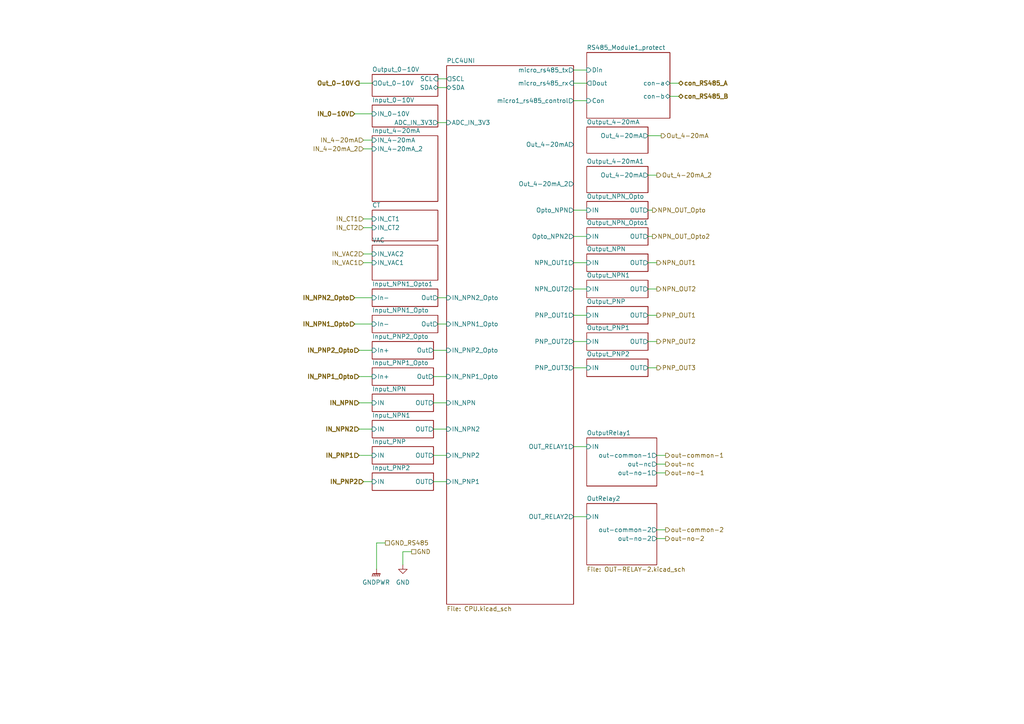
<source format=kicad_sch>
(kicad_sch
	(version 20250114)
	(generator "eeschema")
	(generator_version "9.0")
	(uuid "857bc285-1330-4d93-9c59-5528d35244ef")
	(paper "A4")
	(lib_symbols
		(symbol "GP8211S-TC50:GNDPWR"
			(power)
			(pin_numbers
				(hide yes)
			)
			(pin_names
				(offset 0)
				(hide yes)
			)
			(exclude_from_sim no)
			(in_bom yes)
			(on_board yes)
			(property "Reference" "#PWR"
				(at 0 -5.08 0)
				(effects
					(font
						(size 1.27 1.27)
					)
					(hide yes)
				)
			)
			(property "Value" "GNDPWR"
				(at 0 -3.302 0)
				(effects
					(font
						(size 1.27 1.27)
					)
				)
			)
			(property "Footprint" ""
				(at 0 -1.27 0)
				(effects
					(font
						(size 1.27 1.27)
					)
					(hide yes)
				)
			)
			(property "Datasheet" ""
				(at 0 -1.27 0)
				(effects
					(font
						(size 1.27 1.27)
					)
					(hide yes)
				)
			)
			(property "Description" "Power symbol creates a global label with name \"GNDPWR\" , global ground"
				(at 0 0 0)
				(effects
					(font
						(size 1.27 1.27)
					)
					(hide yes)
				)
			)
			(property "ki_keywords" "global ground"
				(at 0 0 0)
				(effects
					(font
						(size 1.27 1.27)
					)
					(hide yes)
				)
			)
			(symbol "GNDPWR_0_1"
				(polyline
					(pts
						(xy -1.016 -1.27) (xy -1.27 -2.032) (xy -1.27 -2.032)
					)
					(stroke
						(width 0.2032)
						(type default)
					)
					(fill
						(type none)
					)
				)
				(polyline
					(pts
						(xy -0.508 -1.27) (xy -0.762 -2.032) (xy -0.762 -2.032)
					)
					(stroke
						(width 0.2032)
						(type default)
					)
					(fill
						(type none)
					)
				)
				(polyline
					(pts
						(xy 0 -1.27) (xy 0 0)
					)
					(stroke
						(width 0)
						(type default)
					)
					(fill
						(type none)
					)
				)
				(polyline
					(pts
						(xy 0 -1.27) (xy -0.254 -2.032) (xy -0.254 -2.032)
					)
					(stroke
						(width 0.2032)
						(type default)
					)
					(fill
						(type none)
					)
				)
				(polyline
					(pts
						(xy 0.508 -1.27) (xy 0.254 -2.032) (xy 0.254 -2.032)
					)
					(stroke
						(width 0.2032)
						(type default)
					)
					(fill
						(type none)
					)
				)
				(polyline
					(pts
						(xy 1.016 -1.27) (xy -1.016 -1.27) (xy -1.016 -1.27)
					)
					(stroke
						(width 0.2032)
						(type default)
					)
					(fill
						(type none)
					)
				)
				(polyline
					(pts
						(xy 1.016 -1.27) (xy 0.762 -2.032) (xy 0.762 -2.032) (xy 0.762 -2.032)
					)
					(stroke
						(width 0.2032)
						(type default)
					)
					(fill
						(type none)
					)
				)
			)
			(symbol "GNDPWR_1_1"
				(pin power_in line
					(at 0 0 270)
					(length 0)
					(name "~"
						(effects
							(font
								(size 1.27 1.27)
							)
						)
					)
					(number "1"
						(effects
							(font
								(size 1.27 1.27)
							)
						)
					)
				)
			)
			(embedded_fonts no)
		)
		(symbol "power:GND"
			(power)
			(pin_numbers
				(hide yes)
			)
			(pin_names
				(offset 0)
				(hide yes)
			)
			(exclude_from_sim no)
			(in_bom yes)
			(on_board yes)
			(property "Reference" "#PWR"
				(at 0 -6.35 0)
				(effects
					(font
						(size 1.27 1.27)
					)
					(hide yes)
				)
			)
			(property "Value" "GND"
				(at 0 -3.81 0)
				(effects
					(font
						(size 1.27 1.27)
					)
				)
			)
			(property "Footprint" ""
				(at 0 0 0)
				(effects
					(font
						(size 1.27 1.27)
					)
					(hide yes)
				)
			)
			(property "Datasheet" ""
				(at 0 0 0)
				(effects
					(font
						(size 1.27 1.27)
					)
					(hide yes)
				)
			)
			(property "Description" "Power symbol creates a global label with name \"GND\" , ground"
				(at 0 0 0)
				(effects
					(font
						(size 1.27 1.27)
					)
					(hide yes)
				)
			)
			(property "ki_keywords" "global power"
				(at 0 0 0)
				(effects
					(font
						(size 1.27 1.27)
					)
					(hide yes)
				)
			)
			(symbol "GND_0_1"
				(polyline
					(pts
						(xy 0 0) (xy 0 -1.27) (xy 1.27 -1.27) (xy 0 -2.54) (xy -1.27 -1.27) (xy 0 -1.27)
					)
					(stroke
						(width 0)
						(type default)
					)
					(fill
						(type none)
					)
				)
			)
			(symbol "GND_1_1"
				(pin power_in line
					(at 0 0 270)
					(length 0)
					(name "~"
						(effects
							(font
								(size 1.27 1.27)
							)
						)
					)
					(number "1"
						(effects
							(font
								(size 1.27 1.27)
							)
						)
					)
				)
			)
			(embedded_fonts no)
		)
	)
	(wire
		(pts
			(xy 190.5 156.21) (xy 193.04 156.21)
		)
		(stroke
			(width 0)
			(type default)
		)
		(uuid "101add3a-8902-4275-b615-5603bb9bde00")
	)
	(wire
		(pts
			(xy 105.41 43.18) (xy 107.95 43.18)
		)
		(stroke
			(width 0)
			(type default)
		)
		(uuid "1718876f-bab3-4293-857f-ce19d676e756")
	)
	(wire
		(pts
			(xy 190.5 153.67) (xy 193.04 153.67)
		)
		(stroke
			(width 0)
			(type default)
		)
		(uuid "19dc0fd6-ea77-4d9f-9437-d851785f2c06")
	)
	(wire
		(pts
			(xy 187.96 99.06) (xy 190.5 99.06)
		)
		(stroke
			(width 0)
			(type default)
		)
		(uuid "1b1de2f6-152a-45eb-8794-9667755771b8")
	)
	(wire
		(pts
			(xy 166.37 91.44) (xy 170.18 91.44)
		)
		(stroke
			(width 0)
			(type default)
		)
		(uuid "259c8cbe-ea27-4d39-b2bd-1e75b7288d53")
	)
	(wire
		(pts
			(xy 166.37 106.68) (xy 170.18 106.68)
		)
		(stroke
			(width 0)
			(type default)
		)
		(uuid "2650cd3a-715f-4fcd-bb4f-30f81d4da0cf")
	)
	(wire
		(pts
			(xy 104.14 24.13) (xy 107.95 24.13)
		)
		(stroke
			(width 0)
			(type default)
		)
		(uuid "2c9e90ca-a388-4574-bf14-98a845b037fc")
	)
	(wire
		(pts
			(xy 105.41 66.04) (xy 107.95 66.04)
		)
		(stroke
			(width 0)
			(type default)
		)
		(uuid "3681eda0-526b-4f62-b8e2-471980e8d826")
	)
	(wire
		(pts
			(xy 187.96 106.68) (xy 190.5 106.68)
		)
		(stroke
			(width 0)
			(type default)
		)
		(uuid "481e0947-68fe-4e53-b658-580f1c968d28")
	)
	(wire
		(pts
			(xy 127 86.36) (xy 129.54 86.36)
		)
		(stroke
			(width 0)
			(type default)
		)
		(uuid "4fd6d190-a604-418f-a91c-ed07bac18fce")
	)
	(wire
		(pts
			(xy 102.87 33.02) (xy 107.95 33.02)
		)
		(stroke
			(width 0)
			(type default)
		)
		(uuid "54bdf8ca-3485-4c90-85f3-86157115c363")
	)
	(wire
		(pts
			(xy 104.14 101.6) (xy 107.95 101.6)
		)
		(stroke
			(width 0)
			(type default)
		)
		(uuid "54ee913b-af58-49e8-9ba1-3c030fac8906")
	)
	(wire
		(pts
			(xy 190.5 137.16) (xy 193.04 137.16)
		)
		(stroke
			(width 0)
			(type default)
		)
		(uuid "54f8053e-0e9f-4506-9841-786ca9809712")
	)
	(wire
		(pts
			(xy 105.41 73.66) (xy 107.95 73.66)
		)
		(stroke
			(width 0)
			(type default)
		)
		(uuid "55f91bb1-6cd0-4dc6-9c94-0e59df73f9e6")
	)
	(wire
		(pts
			(xy 102.87 86.36) (xy 107.95 86.36)
		)
		(stroke
			(width 0)
			(type default)
		)
		(uuid "56bd9362-32fa-4e59-8987-3f6a082be08f")
	)
	(wire
		(pts
			(xy 104.14 109.22) (xy 107.95 109.22)
		)
		(stroke
			(width 0)
			(type default)
		)
		(uuid "573d07ae-58a7-4077-9ac4-fe864cf79172")
	)
	(wire
		(pts
			(xy 166.37 99.06) (xy 170.18 99.06)
		)
		(stroke
			(width 0)
			(type default)
		)
		(uuid "57f446d2-c6eb-47a0-a926-5c3a3344a577")
	)
	(wire
		(pts
			(xy 127 25.4) (xy 129.54 25.4)
		)
		(stroke
			(width 0)
			(type default)
		)
		(uuid "6822ae0f-a94c-4462-af4d-7cba3a0ccc8e")
	)
	(wire
		(pts
			(xy 125.73 101.6) (xy 129.54 101.6)
		)
		(stroke
			(width 0)
			(type default)
		)
		(uuid "69af9fa7-d6c6-4eb9-8d14-5b6ee86491d0")
	)
	(wire
		(pts
			(xy 190.5 134.62) (xy 193.04 134.62)
		)
		(stroke
			(width 0)
			(type default)
		)
		(uuid "6a0dd772-3bf1-46e1-8bb6-ac32d008bf6e")
	)
	(wire
		(pts
			(xy 104.14 124.46) (xy 107.95 124.46)
		)
		(stroke
			(width 0)
			(type default)
		)
		(uuid "6b69af8d-59f1-4b29-ad43-ef8b001df183")
	)
	(wire
		(pts
			(xy 105.41 40.64) (xy 107.95 40.64)
		)
		(stroke
			(width 0)
			(type default)
		)
		(uuid "792bb6c1-70d8-4525-80a0-b105456decd7")
	)
	(wire
		(pts
			(xy 187.96 39.37) (xy 191.77 39.37)
		)
		(stroke
			(width 0)
			(type default)
		)
		(uuid "79cd5b4c-d976-44f0-8b33-226d83e86a22")
	)
	(wire
		(pts
			(xy 194.31 27.94) (xy 196.85 27.94)
		)
		(stroke
			(width 0)
			(type default)
		)
		(uuid "880a28c7-d501-4b45-b984-ff6ba1b0476e")
	)
	(wire
		(pts
			(xy 166.37 129.54) (xy 170.18 129.54)
		)
		(stroke
			(width 0)
			(type default)
		)
		(uuid "88e29056-1c30-438d-b9d1-ecfa1c3ba379")
	)
	(wire
		(pts
			(xy 166.37 76.2) (xy 170.18 76.2)
		)
		(stroke
			(width 0)
			(type default)
		)
		(uuid "899d846e-e36f-4d38-a8f3-959a50b0b870")
	)
	(wire
		(pts
			(xy 105.41 63.5) (xy 107.95 63.5)
		)
		(stroke
			(width 0)
			(type default)
		)
		(uuid "8beb9222-b1e2-4886-bcb8-5325be4105e0")
	)
	(wire
		(pts
			(xy 105.41 76.2) (xy 107.95 76.2)
		)
		(stroke
			(width 0)
			(type default)
		)
		(uuid "96dee4ee-fae0-4d5e-a0c2-3ed26cb1fe4d")
	)
	(wire
		(pts
			(xy 187.96 50.8) (xy 190.5 50.8)
		)
		(stroke
			(width 0)
			(type default)
		)
		(uuid "9b552fbb-d557-41a1-b4ce-5633154594c3")
	)
	(wire
		(pts
			(xy 109.22 165.1) (xy 109.22 157.48)
		)
		(stroke
			(width 0)
			(type default)
		)
		(uuid "9c70e21d-4c17-4543-b5a0-a474017a111c")
	)
	(wire
		(pts
			(xy 166.37 60.96) (xy 170.18 60.96)
		)
		(stroke
			(width 0)
			(type default)
		)
		(uuid "9d34e2f3-7f86-4dc3-a8db-50bfd5392efd")
	)
	(wire
		(pts
			(xy 104.14 116.84) (xy 107.95 116.84)
		)
		(stroke
			(width 0)
			(type default)
		)
		(uuid "a6450294-6e12-40de-90f9-cfef0c9159f7")
	)
	(wire
		(pts
			(xy 125.73 116.84) (xy 129.54 116.84)
		)
		(stroke
			(width 0)
			(type default)
		)
		(uuid "a6a73de8-46c6-40b9-9011-f66f73bc9d0e")
	)
	(wire
		(pts
			(xy 125.73 124.46) (xy 129.54 124.46)
		)
		(stroke
			(width 0)
			(type default)
		)
		(uuid "a6f7bdcd-c0cf-4d27-a384-1b42bde908ab")
	)
	(wire
		(pts
			(xy 187.96 83.82) (xy 190.5 83.82)
		)
		(stroke
			(width 0)
			(type default)
		)
		(uuid "ac3885d3-1a61-41e5-92de-23669ffeb9dd")
	)
	(wire
		(pts
			(xy 125.73 139.7) (xy 129.54 139.7)
		)
		(stroke
			(width 0)
			(type default)
		)
		(uuid "ad5605a6-dc47-4341-95b1-4ebb2dd195c1")
	)
	(wire
		(pts
			(xy 127 22.86) (xy 129.54 22.86)
		)
		(stroke
			(width 0)
			(type default)
		)
		(uuid "ae68451b-5ede-4f35-9ecc-f67c74a0c969")
	)
	(wire
		(pts
			(xy 187.96 60.96) (xy 189.23 60.96)
		)
		(stroke
			(width 0)
			(type default)
		)
		(uuid "b633a759-1037-4229-94ce-55b88b810bac")
	)
	(wire
		(pts
			(xy 127 93.98) (xy 129.54 93.98)
		)
		(stroke
			(width 0)
			(type default)
		)
		(uuid "bd483a8d-5f25-4911-9b02-283805f15855")
	)
	(wire
		(pts
			(xy 125.73 109.22) (xy 129.54 109.22)
		)
		(stroke
			(width 0)
			(type default)
		)
		(uuid "ca34f4db-e68b-41f4-af22-5e3be5ebb2a4")
	)
	(wire
		(pts
			(xy 187.96 91.44) (xy 190.5 91.44)
		)
		(stroke
			(width 0)
			(type default)
		)
		(uuid "cce8a1ff-ca9d-4570-a865-30da1e4f68ba")
	)
	(wire
		(pts
			(xy 194.31 24.13) (xy 196.85 24.13)
		)
		(stroke
			(width 0)
			(type default)
		)
		(uuid "cf135322-f150-4850-a2a4-4832ec8f7598")
	)
	(wire
		(pts
			(xy 187.96 68.58) (xy 189.23 68.58)
		)
		(stroke
			(width 0)
			(type default)
		)
		(uuid "d832620d-9269-4497-8a60-f1975ff68c53")
	)
	(wire
		(pts
			(xy 166.37 149.86) (xy 170.18 149.86)
		)
		(stroke
			(width 0)
			(type default)
		)
		(uuid "d837e146-7b28-40c4-af88-a43a8c0d3b62")
	)
	(wire
		(pts
			(xy 166.37 20.32) (xy 170.18 20.32)
		)
		(stroke
			(width 0)
			(type default)
		)
		(uuid "d8ed790f-1724-4a22-b6c7-e8b32d025238")
	)
	(wire
		(pts
			(xy 104.14 132.08) (xy 107.95 132.08)
		)
		(stroke
			(width 0)
			(type default)
		)
		(uuid "dcce58fa-6372-474d-9f1e-46cdd689f1f6")
	)
	(wire
		(pts
			(xy 166.37 68.58) (xy 170.18 68.58)
		)
		(stroke
			(width 0)
			(type default)
		)
		(uuid "de3d326f-dc17-4c2c-9989-1313e9b7aed0")
	)
	(wire
		(pts
			(xy 105.41 139.7) (xy 107.95 139.7)
		)
		(stroke
			(width 0)
			(type default)
		)
		(uuid "e163b437-3bd7-4aef-ac6c-bd4a68982a2c")
	)
	(wire
		(pts
			(xy 190.5 132.08) (xy 193.04 132.08)
		)
		(stroke
			(width 0)
			(type default)
		)
		(uuid "e538468a-b6f2-46b3-863b-299966924088")
	)
	(wire
		(pts
			(xy 127 35.56) (xy 129.54 35.56)
		)
		(stroke
			(width 0)
			(type default)
		)
		(uuid "ea161f95-56bc-4ee2-8f93-4eabbf7820c4")
	)
	(wire
		(pts
			(xy 166.37 24.13) (xy 170.18 24.13)
		)
		(stroke
			(width 0)
			(type default)
		)
		(uuid "eaf28616-43f8-45c9-b360-7f0d9406d4b1")
	)
	(wire
		(pts
			(xy 109.22 157.48) (xy 111.76 157.48)
		)
		(stroke
			(width 0)
			(type default)
		)
		(uuid "edfe4e60-995d-4c5f-95a2-cd6b674680ad")
	)
	(wire
		(pts
			(xy 125.73 132.08) (xy 129.54 132.08)
		)
		(stroke
			(width 0)
			(type default)
		)
		(uuid "f519a3ef-b5e2-4f47-a083-e767716c078c")
	)
	(wire
		(pts
			(xy 102.87 93.98) (xy 107.95 93.98)
		)
		(stroke
			(width 0)
			(type default)
		)
		(uuid "f6d9d3cf-3095-4b2f-bb23-d3068136cc1b")
	)
	(wire
		(pts
			(xy 116.84 160.02) (xy 119.38 160.02)
		)
		(stroke
			(width 0)
			(type default)
		)
		(uuid "f7b538fe-b40b-4709-bd69-2b0eccd9c494")
	)
	(wire
		(pts
			(xy 166.37 29.21) (xy 170.18 29.21)
		)
		(stroke
			(width 0)
			(type default)
		)
		(uuid "f83996f4-57ed-4abe-9385-0e2a4f14d3a3")
	)
	(wire
		(pts
			(xy 166.37 83.82) (xy 170.18 83.82)
		)
		(stroke
			(width 0)
			(type default)
		)
		(uuid "f95eef22-6af2-4cb5-bcbe-21a42a27d4dc")
	)
	(wire
		(pts
			(xy 116.84 163.83) (xy 116.84 160.02)
		)
		(stroke
			(width 0)
			(type default)
		)
		(uuid "faa0857a-6fbf-42a0-b5dc-7336d3d4e81f")
	)
	(wire
		(pts
			(xy 187.96 76.2) (xy 190.5 76.2)
		)
		(stroke
			(width 0)
			(type default)
		)
		(uuid "fe03d5a8-0bb2-4b3d-a7f2-f5bd23a41057")
	)
	(hierarchical_label "NPN_OUT_Opto2"
		(shape output)
		(at 189.23 68.58 0)
		(effects
			(font
				(size 1.27 1.27)
			)
			(justify left)
		)
		(uuid "0523f5ee-424b-4023-a940-20fd79d9be13")
	)
	(hierarchical_label "IN_PNP1_Opto"
		(shape input)
		(at 104.14 109.22 180)
		(effects
			(font
				(size 1.27 1.27)
				(thickness 0.254)
				(bold yes)
			)
			(justify right)
		)
		(uuid "08519e32-467c-4409-8b6b-29cacfbff1eb")
	)
	(hierarchical_label "PNP_OUT2"
		(shape output)
		(at 190.5 99.06 0)
		(effects
			(font
				(size 1.27 1.27)
			)
			(justify left)
		)
		(uuid "08c03172-17ac-4330-afb2-e3206b9572b6")
	)
	(hierarchical_label "GND"
		(shape passive)
		(at 119.38 160.02 0)
		(effects
			(font
				(size 1.27 1.27)
			)
			(justify left)
		)
		(uuid "0afbf2e7-d5f8-47ab-b3d7-29e622cdb131")
	)
	(hierarchical_label "PNP_OUT3"
		(shape output)
		(at 190.5 106.68 0)
		(effects
			(font
				(size 1.27 1.27)
			)
			(justify left)
		)
		(uuid "0c4878b1-eef6-413e-87b1-8c7c13aab742")
	)
	(hierarchical_label "NPN_OUT2"
		(shape output)
		(at 190.5 83.82 0)
		(effects
			(font
				(size 1.27 1.27)
			)
			(justify left)
		)
		(uuid "1d56ecc7-628b-4052-b959-e9c675822f9d")
	)
	(hierarchical_label "Out_0-10V"
		(shape output)
		(at 104.14 24.13 180)
		(effects
			(font
				(size 1.27 1.27)
				(thickness 0.254)
				(bold yes)
			)
			(justify right)
		)
		(uuid "1e15c6ad-fb80-47c5-90a7-d2bce11c8aee")
	)
	(hierarchical_label "IN_0-10V"
		(shape input)
		(at 102.87 33.02 180)
		(effects
			(font
				(size 1.27 1.27)
				(thickness 0.254)
				(bold yes)
			)
			(justify right)
		)
		(uuid "26b44b8e-208b-4e16-93c2-e7761aff0fd7")
	)
	(hierarchical_label "IN_NPN2_Opto"
		(shape input)
		(at 102.87 86.36 180)
		(effects
			(font
				(size 1.27 1.27)
				(thickness 0.254)
				(bold yes)
			)
			(justify right)
		)
		(uuid "27692dc3-6fc3-4e6d-b347-09bef983fb79")
	)
	(hierarchical_label "con_RS485_A"
		(shape bidirectional)
		(at 196.85 24.13 0)
		(effects
			(font
				(size 1.27 1.27)
				(thickness 0.254)
				(bold yes)
			)
			(justify left)
		)
		(uuid "32683473-a6f4-4ad8-88ca-5fc2f3567f7b")
	)
	(hierarchical_label "IN_NPN"
		(shape input)
		(at 104.14 116.84 180)
		(effects
			(font
				(size 1.27 1.27)
				(thickness 0.254)
				(bold yes)
			)
			(justify right)
		)
		(uuid "4193057a-c94d-43b3-a24c-55fe7b6b6811")
	)
	(hierarchical_label "out-common-1"
		(shape output)
		(at 193.04 132.08 0)
		(effects
			(font
				(size 1.27 1.27)
			)
			(justify left)
		)
		(uuid "438bd91d-e986-4616-8cc9-e3e241914e79")
	)
	(hierarchical_label "IN_VAC2"
		(shape input)
		(at 105.41 73.66 180)
		(effects
			(font
				(size 1.27 1.27)
			)
			(justify right)
		)
		(uuid "45fca567-213f-40ba-b971-b7522d2e2a1e")
	)
	(hierarchical_label "IN_PNP2"
		(shape input)
		(at 105.41 139.7 180)
		(effects
			(font
				(size 1.27 1.27)
				(thickness 0.254)
				(bold yes)
			)
			(justify right)
		)
		(uuid "55092457-1a28-461d-b3e4-aa92e6600ad0")
	)
	(hierarchical_label "PNP_OUT1"
		(shape output)
		(at 190.5 91.44 0)
		(effects
			(font
				(size 1.27 1.27)
			)
			(justify left)
		)
		(uuid "70e31797-6bcd-46c0-a106-fa2b402cffbb")
	)
	(hierarchical_label "IN_PNP2_Opto"
		(shape input)
		(at 104.14 101.6 180)
		(effects
			(font
				(size 1.27 1.27)
				(thickness 0.254)
				(bold yes)
			)
			(justify right)
		)
		(uuid "74c8b65a-89a9-413d-afc1-f3de8658cb2a")
	)
	(hierarchical_label "IN_NPN2"
		(shape input)
		(at 104.14 124.46 180)
		(effects
			(font
				(size 1.27 1.27)
				(thickness 0.254)
				(bold yes)
			)
			(justify right)
		)
		(uuid "765b0900-3808-4e47-bf4f-40ebd179b405")
	)
	(hierarchical_label "NPN_OUT1"
		(shape output)
		(at 190.5 76.2 0)
		(effects
			(font
				(size 1.27 1.27)
			)
			(justify left)
		)
		(uuid "80192ca0-8881-4bc4-894f-3d73a36e6508")
	)
	(hierarchical_label "con_RS485_B"
		(shape bidirectional)
		(at 196.85 27.94 0)
		(effects
			(font
				(size 1.27 1.27)
				(thickness 0.254)
				(bold yes)
			)
			(justify left)
		)
		(uuid "81399e9e-bc9c-493b-8ff5-283b5cfbb72a")
	)
	(hierarchical_label "out-nc"
		(shape output)
		(at 193.04 134.62 0)
		(effects
			(font
				(size 1.27 1.27)
			)
			(justify left)
		)
		(uuid "85e90d6f-c500-4005-aa04-97883f25ee8a")
	)
	(hierarchical_label "out-no-2"
		(shape output)
		(at 193.04 156.21 0)
		(effects
			(font
				(size 1.27 1.27)
			)
			(justify left)
		)
		(uuid "ae8d6a1a-d0d9-4846-b2ed-6d3ae7c6fea0")
	)
	(hierarchical_label "NPN_OUT_Opto"
		(shape output)
		(at 189.23 60.96 0)
		(effects
			(font
				(size 1.27 1.27)
			)
			(justify left)
		)
		(uuid "b2259625-64aa-453e-ba4d-0c6cd3b50b96")
	)
	(hierarchical_label "Out_4-20mA_2"
		(shape output)
		(at 190.5 50.8 0)
		(effects
			(font
				(size 1.27 1.27)
			)
			(justify left)
		)
		(uuid "b745ba70-16cb-441d-9448-8f28f6faba2e")
	)
	(hierarchical_label "IN_CT1"
		(shape input)
		(at 105.41 63.5 180)
		(effects
			(font
				(size 1.27 1.27)
			)
			(justify right)
		)
		(uuid "bd64ce05-0034-409d-a728-a9f5eacd4e55")
	)
	(hierarchical_label "out-common-2"
		(shape output)
		(at 193.04 153.67 0)
		(effects
			(font
				(size 1.27 1.27)
			)
			(justify left)
		)
		(uuid "bf7e19ff-7866-4479-908f-79154d87769f")
	)
	(hierarchical_label "Out_4-20mA"
		(shape output)
		(at 191.77 39.37 0)
		(effects
			(font
				(size 1.27 1.27)
			)
			(justify left)
		)
		(uuid "c4a9f67e-2cb3-45d1-973e-ea80ceab303b")
	)
	(hierarchical_label "IN_VAC1"
		(shape input)
		(at 105.41 76.2 180)
		(effects
			(font
				(size 1.27 1.27)
			)
			(justify right)
		)
		(uuid "c8f8ced2-3008-40e1-a1a9-ea8b9f6373b9")
	)
	(hierarchical_label "IN_4-20mA_2"
		(shape input)
		(at 105.41 43.18 180)
		(effects
			(font
				(size 1.27 1.27)
			)
			(justify right)
		)
		(uuid "cb324a8a-c1a1-4217-8924-8933c3f74c75")
	)
	(hierarchical_label "GND_RS485"
		(shape passive)
		(at 111.76 157.48 0)
		(effects
			(font
				(size 1.27 1.27)
			)
			(justify left)
		)
		(uuid "db803d6b-e86d-4b39-8f03-c28f69cae57e")
	)
	(hierarchical_label "IN_NPN1_Opto"
		(shape input)
		(at 102.87 93.98 180)
		(effects
			(font
				(size 1.27 1.27)
				(thickness 0.254)
				(bold yes)
			)
			(justify right)
		)
		(uuid "dca9f819-811f-4270-beea-334ff8f62d11")
	)
	(hierarchical_label "IN_CT2"
		(shape input)
		(at 105.41 66.04 180)
		(effects
			(font
				(size 1.27 1.27)
			)
			(justify right)
		)
		(uuid "de81fbf7-04c9-414c-a268-16a17370bd82")
	)
	(hierarchical_label "IN_PNP1"
		(shape input)
		(at 104.14 132.08 180)
		(effects
			(font
				(size 1.27 1.27)
				(thickness 0.254)
				(bold yes)
			)
			(justify right)
		)
		(uuid "e0c24fe8-d2ee-4fd9-9201-af15893d1613")
	)
	(hierarchical_label "IN_4-20mA"
		(shape input)
		(at 105.41 40.64 180)
		(effects
			(font
				(size 1.27 1.27)
			)
			(justify right)
		)
		(uuid "e151a6ef-5609-4543-a083-be7a9a31a4f7")
	)
	(hierarchical_label "out-no-1"
		(shape output)
		(at 193.04 137.16 0)
		(effects
			(font
				(size 1.27 1.27)
			)
			(justify left)
		)
		(uuid "ed7ba296-0d86-48bd-b365-91995d56cd3f")
	)
	(symbol
		(lib_id "GP8211S-TC50:GNDPWR")
		(at 109.22 165.1 0)
		(unit 1)
		(exclude_from_sim no)
		(in_bom yes)
		(on_board yes)
		(dnp no)
		(fields_autoplaced yes)
		(uuid "c70711d1-7aff-43f8-9e3f-4302e408980e")
		(property "Reference" "#PWR01"
			(at 109.22 170.18 0)
			(effects
				(font
					(size 1.27 1.27)
				)
				(hide yes)
			)
		)
		(property "Value" "GNDPWR"
			(at 109.093 168.91 0)
			(effects
				(font
					(size 1.27 1.27)
				)
			)
		)
		(property "Footprint" ""
			(at 109.22 166.37 0)
			(effects
				(font
					(size 1.27 1.27)
				)
				(hide yes)
			)
		)
		(property "Datasheet" ""
			(at 109.22 166.37 0)
			(effects
				(font
					(size 1.27 1.27)
				)
				(hide yes)
			)
		)
		(property "Description" "Power symbol creates a global label with name \"GNDPWR\" , global ground"
			(at 109.22 165.1 0)
			(effects
				(font
					(size 1.27 1.27)
				)
				(hide yes)
			)
		)
		(pin "1"
			(uuid "481df8b1-277a-4aeb-ae87-7153103717e0")
		)
		(instances
			(project "PLC4UNIPCB"
				(path "/20dd9fa8-33e5-4e01-8b4a-8cb5828152c9/ef44eee8-cd41-4527-92e2-6c408c0d0d91"
					(reference "#PWR01")
					(unit 1)
				)
			)
		)
	)
	(symbol
		(lib_id "power:GND")
		(at 116.84 163.83 0)
		(unit 1)
		(exclude_from_sim no)
		(in_bom yes)
		(on_board yes)
		(dnp no)
		(fields_autoplaced yes)
		(uuid "edeba7c4-db15-4ec6-aa2e-6648647cdc4c")
		(property "Reference" "#PWR036"
			(at 116.84 170.18 0)
			(effects
				(font
					(size 1.27 1.27)
				)
				(hide yes)
			)
		)
		(property "Value" "GND"
			(at 116.84 168.91 0)
			(effects
				(font
					(size 1.27 1.27)
				)
			)
		)
		(property "Footprint" ""
			(at 116.84 163.83 0)
			(effects
				(font
					(size 1.27 1.27)
				)
				(hide yes)
			)
		)
		(property "Datasheet" ""
			(at 116.84 163.83 0)
			(effects
				(font
					(size 1.27 1.27)
				)
				(hide yes)
			)
		)
		(property "Description" "Power symbol creates a global label with name \"GND\" , ground"
			(at 116.84 163.83 0)
			(effects
				(font
					(size 1.27 1.27)
				)
				(hide yes)
			)
		)
		(pin "1"
			(uuid "f3ae801d-2d18-44f8-99be-7d8a187db300")
		)
		(instances
			(project ""
				(path "/20dd9fa8-33e5-4e01-8b4a-8cb5828152c9/ef44eee8-cd41-4527-92e2-6c408c0d0d91"
					(reference "#PWR036")
					(unit 1)
				)
			)
		)
	)
	(sheet
		(at 170.18 58.42)
		(size 17.78 5.08)
		(exclude_from_sim no)
		(in_bom yes)
		(on_board yes)
		(dnp no)
		(fields_autoplaced yes)
		(stroke
			(width 0.1524)
			(type solid)
		)
		(fill
			(color 0 0 0 0.0000)
		)
		(uuid "0fc95d3e-4d33-47f3-9185-73d40a4e2fdb")
		(property "Sheetname" "Output_NPN_Opto"
			(at 170.18 57.7084 0)
			(effects
				(font
					(size 1.27 1.27)
				)
				(justify left bottom)
			)
		)
		(property "Sheetfile" "output-npn-opto.kicad_sch"
			(at 170.18 64.0846 0)
			(effects
				(font
					(size 1.27 1.27)
				)
				(justify left top)
				(hide yes)
			)
		)
		(pin "IN" input
			(at 170.18 60.96 180)
			(uuid "44ae26d3-f832-4c5f-b154-d008c51ff25c")
			(effects
				(font
					(size 1.27 1.27)
				)
				(justify left)
			)
		)
		(pin "OUT" output
			(at 187.96 60.96 0)
			(uuid "97d36da9-4050-4e4a-aaa6-bb08774da0fb")
			(effects
				(font
					(size 1.27 1.27)
				)
				(justify right)
			)
		)
		(instances
			(project "PLC4UNIPCB"
				(path "/20dd9fa8-33e5-4e01-8b4a-8cb5828152c9/ef44eee8-cd41-4527-92e2-6c408c0d0d91"
					(page "9")
				)
			)
		)
	)
	(sheet
		(at 170.18 48.26)
		(size 17.78 7.62)
		(exclude_from_sim no)
		(in_bom yes)
		(on_board yes)
		(dnp no)
		(fields_autoplaced yes)
		(stroke
			(width 0.1524)
			(type solid)
		)
		(fill
			(color 0 0 0 0.0000)
		)
		(uuid "1502bf18-a581-4d1e-b057-dc61d013381d")
		(property "Sheetname" "Output_4-20mA1"
			(at 170.18 47.5484 0)
			(effects
				(font
					(size 1.27 1.27)
				)
				(justify left bottom)
			)
		)
		(property "Sheetfile" "Output_4-20mA.kicad_sch"
			(at 170.18 56.4646 0)
			(effects
				(font
					(size 1.27 1.27)
				)
				(justify left top)
				(hide yes)
			)
		)
		(pin "Out_4-20mA" output
			(at 187.96 50.8 0)
			(uuid "cf910c9d-e2ba-49f6-9f91-eca57790dff6")
			(effects
				(font
					(size 1.27 1.27)
				)
				(justify right)
			)
		)
		(instances
			(project "PLC4UNIPCB"
				(path "/20dd9fa8-33e5-4e01-8b4a-8cb5828152c9/ef44eee8-cd41-4527-92e2-6c408c0d0d91"
					(page "28")
				)
			)
		)
	)
	(sheet
		(at 107.95 60.96)
		(size 19.05 8.89)
		(exclude_from_sim no)
		(in_bom yes)
		(on_board yes)
		(dnp no)
		(fields_autoplaced yes)
		(stroke
			(width 0.1524)
			(type solid)
		)
		(fill
			(color 0 0 0 0.0000)
		)
		(uuid "179fa2a1-8ebb-4d08-91f9-c19535201df9")
		(property "Sheetname" "CT"
			(at 107.95 60.2484 0)
			(effects
				(font
					(size 1.27 1.27)
				)
				(justify left bottom)
			)
		)
		(property "Sheetfile" "CT.kicad_sch"
			(at 107.95 70.4346 0)
			(effects
				(font
					(size 1.27 1.27)
				)
				(justify left top)
				(hide yes)
			)
		)
		(pin "IN_CT1" input
			(at 107.95 63.5 180)
			(uuid "0a55f1a1-6d0a-49d9-9d87-bc776523ea8b")
			(effects
				(font
					(size 1.27 1.27)
				)
				(justify left)
			)
		)
		(pin "IN_CT2" input
			(at 107.95 66.04 180)
			(uuid "c3c0bf29-c5e6-45a2-9180-1b0e8f798b91")
			(effects
				(font
					(size 1.27 1.27)
				)
				(justify left)
			)
		)
		(instances
			(project "PLC4UNIPCB"
				(path "/20dd9fa8-33e5-4e01-8b4a-8cb5828152c9/ef44eee8-cd41-4527-92e2-6c408c0d0d91"
					(page "14")
				)
			)
		)
	)
	(sheet
		(at 170.18 127)
		(size 20.32 13.97)
		(exclude_from_sim no)
		(in_bom yes)
		(on_board yes)
		(dnp no)
		(fields_autoplaced yes)
		(stroke
			(width 0.1524)
			(type solid)
		)
		(fill
			(color 0 0 0 0.0000)
		)
		(uuid "1cb91f74-1ae1-4aba-8186-eb0d02dff832")
		(property "Sheetname" "OutputRelay1"
			(at 170.18 126.2884 0)
			(effects
				(font
					(size 1.27 1.27)
				)
				(justify left bottom)
			)
		)
		(property "Sheetfile" "OUT-RELAY-1.kicad_sch"
			(at 170.18 141.5546 0)
			(effects
				(font
					(size 1.27 1.27)
				)
				(justify left top)
				(hide yes)
			)
		)
		(pin "IN" input
			(at 170.18 129.54 180)
			(uuid "a196446b-65a2-4481-affd-809a125412a0")
			(effects
				(font
					(size 1.27 1.27)
				)
				(justify left)
			)
		)
		(pin "out-common-1" output
			(at 190.5 132.08 0)
			(uuid "10360ea6-6b11-48ca-9037-7ac5110135ed")
			(effects
				(font
					(size 1.27 1.27)
				)
				(justify right)
			)
		)
		(pin "out-nc" output
			(at 190.5 134.62 0)
			(uuid "b3db2d96-cdc7-4590-a1b0-1c0f25c868e2")
			(effects
				(font
					(size 1.27 1.27)
				)
				(justify right)
			)
		)
		(pin "out-no-1" output
			(at 190.5 137.16 0)
			(uuid "a7a6a4d8-af8f-4272-bcaf-e88797675877")
			(effects
				(font
					(size 1.27 1.27)
				)
				(justify right)
			)
		)
		(instances
			(project "PLC4UNIPCB"
				(path "/20dd9fa8-33e5-4e01-8b4a-8cb5828152c9/ef44eee8-cd41-4527-92e2-6c408c0d0d91"
					(page "22")
				)
			)
		)
	)
	(sheet
		(at 107.95 114.3)
		(size 17.78 5.08)
		(exclude_from_sim no)
		(in_bom yes)
		(on_board yes)
		(dnp no)
		(fields_autoplaced yes)
		(stroke
			(width 0.1524)
			(type solid)
		)
		(fill
			(color 0 0 0 0.0000)
		)
		(uuid "27c9874e-724a-49e5-be4f-e6cf4f8914b4")
		(property "Sheetname" "Input_NPN"
			(at 107.95 113.5884 0)
			(effects
				(font
					(size 1.27 1.27)
				)
				(justify left bottom)
			)
		)
		(property "Sheetfile" "input-npn.kicad_sch"
			(at 107.95 119.9646 0)
			(effects
				(font
					(size 1.27 1.27)
				)
				(justify left top)
				(hide yes)
			)
		)
		(pin "IN" input
			(at 107.95 116.84 180)
			(uuid "6a2d430f-59a8-4367-a88c-5f8a0a8054e8")
			(effects
				(font
					(size 1.27 1.27)
				)
				(justify left)
			)
		)
		(pin "OUT" output
			(at 125.73 116.84 0)
			(uuid "b94aaf36-7048-4a83-8471-292b02dc67b9")
			(effects
				(font
					(size 1.27 1.27)
				)
				(justify right)
			)
		)
		(instances
			(project "PLC4UNIPCB"
				(path "/20dd9fa8-33e5-4e01-8b4a-8cb5828152c9/ef44eee8-cd41-4527-92e2-6c408c0d0d91"
					(page "20")
				)
			)
		)
	)
	(sheet
		(at 107.95 137.16)
		(size 17.78 5.08)
		(exclude_from_sim no)
		(in_bom yes)
		(on_board yes)
		(dnp no)
		(fields_autoplaced yes)
		(stroke
			(width 0.1524)
			(type solid)
		)
		(fill
			(color 0 0 0 0.0000)
		)
		(uuid "38f0ca6d-488a-4d63-8ce5-819a3170e6c7")
		(property "Sheetname" "Input_PNP2"
			(at 107.95 136.4484 0)
			(effects
				(font
					(size 1.27 1.27)
				)
				(justify left bottom)
			)
		)
		(property "Sheetfile" "input-pnp.kicad_sch"
			(at 107.95 142.8246 0)
			(effects
				(font
					(size 1.27 1.27)
				)
				(justify left top)
				(hide yes)
			)
		)
		(pin "IN" input
			(at 107.95 139.7 180)
			(uuid "8ee57f1c-906a-4845-9cd9-ab225751379d")
			(effects
				(font
					(size 1.27 1.27)
				)
				(justify left)
			)
		)
		(pin "OUT" output
			(at 125.73 139.7 0)
			(uuid "8c7d9e39-d7aa-4ad2-b227-7ef4ac13826c")
			(effects
				(font
					(size 1.27 1.27)
				)
				(justify right)
			)
		)
		(instances
			(project "PLC4UNIPCB"
				(path "/20dd9fa8-33e5-4e01-8b4a-8cb5828152c9/ef44eee8-cd41-4527-92e2-6c408c0d0d91"
					(page "19")
				)
			)
		)
	)
	(sheet
		(at 129.54 19.05)
		(size 36.83 156.21)
		(exclude_from_sim no)
		(in_bom yes)
		(on_board yes)
		(dnp no)
		(fields_autoplaced yes)
		(stroke
			(width 0.1524)
			(type solid)
		)
		(fill
			(color 0 0 0 0.0000)
		)
		(uuid "4e043843-9092-4e16-9c41-7d1516f6f132")
		(property "Sheetname" "PLC4UNI"
			(at 129.54 18.3384 0)
			(effects
				(font
					(size 1.27 1.27)
				)
				(justify left bottom)
			)
		)
		(property "Sheetfile" "CPU.kicad_sch"
			(at 129.54 175.8446 0)
			(effects
				(font
					(size 1.27 1.27)
				)
				(justify left top)
			)
		)
		(pin "micro_rs485_rx" input
			(at 166.37 24.13 0)
			(uuid "99c89b2d-8f11-4d89-96ca-092dff646b38")
			(effects
				(font
					(size 1.27 1.27)
				)
				(justify right)
			)
		)
		(pin "micro_rs485_tx" output
			(at 166.37 20.32 0)
			(uuid "0180f817-5eec-40bb-8357-34c6915ed1d8")
			(effects
				(font
					(size 1.27 1.27)
				)
				(justify right)
			)
		)
		(pin "micro1_rs485_control" output
			(at 166.37 29.21 0)
			(uuid "0f4bad2c-d1d8-4123-bc1f-d8e8424e0b6b")
			(effects
				(font
					(size 1.27 1.27)
				)
				(justify right)
			)
		)
		(pin "SDA" bidirectional
			(at 129.54 25.4 180)
			(uuid "16b94d21-23d3-4236-a066-fecf950a4d6b")
			(effects
				(font
					(size 1.27 1.27)
				)
				(justify left)
			)
		)
		(pin "SCL" output
			(at 129.54 22.86 180)
			(uuid "f4a063c3-e236-41d6-8c71-86471d8b29e4")
			(effects
				(font
					(size 1.27 1.27)
				)
				(justify left)
			)
		)
		(pin "ADC_IN_3V3" input
			(at 129.54 35.56 180)
			(uuid "d30ea499-b4be-498f-b473-326a8c4d46cd")
			(effects
				(font
					(size 1.27 1.27)
				)
				(justify left)
			)
		)
		(pin "Opto_NPN" output
			(at 166.37 60.96 0)
			(uuid "18c4d400-5bc9-43a4-85bc-dfb2207695f3")
			(effects
				(font
					(size 1.27 1.27)
				)
				(justify right)
			)
		)
		(pin "Opto_NPN2" output
			(at 166.37 68.58 0)
			(uuid "b464da81-03ca-4320-9189-3acc637133a1")
			(effects
				(font
					(size 1.27 1.27)
				)
				(justify right)
			)
		)
		(pin "OUT_RELAY1" output
			(at 166.37 129.54 0)
			(uuid "bed7dc70-da3a-4a05-b61b-23ccb172031a")
			(effects
				(font
					(size 1.27 1.27)
				)
				(justify right)
			)
		)
		(pin "OUT_RELAY2" output
			(at 166.37 149.86 0)
			(uuid "3ef2fefe-295a-4965-8073-be64f1819859")
			(effects
				(font
					(size 1.27 1.27)
				)
				(justify right)
			)
		)
		(pin "IN_NPN1_Opto" input
			(at 129.54 93.98 180)
			(uuid "72e9d6e8-0d3b-4476-b1d9-697223fd82ad")
			(effects
				(font
					(size 1.27 1.27)
				)
				(justify left)
			)
		)
		(pin "IN_NPN2_Opto" input
			(at 129.54 86.36 180)
			(uuid "4eb8eff6-d855-4af8-8918-ada317316249")
			(effects
				(font
					(size 1.27 1.27)
				)
				(justify left)
			)
		)
		(pin "IN_PNP1_Opto" input
			(at 129.54 109.22 180)
			(uuid "bdd1e0f4-71f3-46f1-acdb-1425e80f1c86")
			(effects
				(font
					(size 1.27 1.27)
				)
				(justify left)
			)
		)
		(pin "IN_PNP2_Opto" input
			(at 129.54 101.6 180)
			(uuid "b1669681-2aff-4c63-a19f-2a2a42b8a489")
			(effects
				(font
					(size 1.27 1.27)
				)
				(justify left)
			)
		)
		(pin "IN_NPN" input
			(at 129.54 116.84 180)
			(uuid "b83354ed-ce05-48ad-8540-bb15c1ea2f10")
			(effects
				(font
					(size 1.27 1.27)
				)
				(justify left)
			)
		)
		(pin "IN_NPN2" input
			(at 129.54 124.46 180)
			(uuid "77170b7e-f6b0-4315-843a-b3f216f57458")
			(effects
				(font
					(size 1.27 1.27)
				)
				(justify left)
			)
		)
		(pin "IN_PNP1" input
			(at 129.54 139.7 180)
			(uuid "4d26d339-ca00-42c3-ba41-92dda413fd5b")
			(effects
				(font
					(size 1.27 1.27)
				)
				(justify left)
			)
		)
		(pin "IN_PNP2" input
			(at 129.54 132.08 180)
			(uuid "6af6cc00-859f-4e2c-8c41-096402bcd801")
			(effects
				(font
					(size 1.27 1.27)
				)
				(justify left)
			)
		)
		(pin "NPN_OUT1" output
			(at 166.37 76.2 0)
			(uuid "8cff01e0-822b-4be6-b46c-c4531c34b200")
			(effects
				(font
					(size 1.27 1.27)
				)
				(justify right)
			)
		)
		(pin "NPN_OUT2" output
			(at 166.37 83.82 0)
			(uuid "310da481-e3b2-437e-a2ad-c85883e27fde")
			(effects
				(font
					(size 1.27 1.27)
				)
				(justify right)
			)
		)
		(pin "PNP_OUT1" output
			(at 166.37 91.44 0)
			(uuid "7453fba3-8c01-404e-a28e-e4361bf6cb6b")
			(effects
				(font
					(size 1.27 1.27)
				)
				(justify right)
			)
		)
		(pin "PNP_OUT2" output
			(at 166.37 99.06 0)
			(uuid "349c98f9-cac6-4fbd-af75-660d1f5f82fb")
			(effects
				(font
					(size 1.27 1.27)
				)
				(justify right)
			)
		)
		(pin "PNP_OUT3" output
			(at 166.37 106.68 0)
			(uuid "9a594027-0c50-47bc-b09e-a3d0dc47e1fe")
			(effects
				(font
					(size 1.27 1.27)
				)
				(justify right)
			)
		)
		(pin "Out_4-20mA" output
			(at 166.37 41.91 0)
			(uuid "73d79d71-db79-4c91-b16e-c15be2852547")
			(effects
				(font
					(size 1.27 1.27)
				)
				(justify right)
			)
		)
		(pin "Out_4-20mA_2" output
			(at 166.37 53.34 0)
			(uuid "0001f02b-3f6a-46d5-aaa9-cb00d2d263e2")
			(effects
				(font
					(size 1.27 1.27)
				)
				(justify right)
			)
		)
		(instances
			(project "PLC4UNIPCB"
				(path "/20dd9fa8-33e5-4e01-8b4a-8cb5828152c9/ef44eee8-cd41-4527-92e2-6c408c0d0d91"
					(page "4")
				)
			)
		)
	)
	(sheet
		(at 107.95 21.59)
		(size 19.05 6.35)
		(exclude_from_sim no)
		(in_bom yes)
		(on_board yes)
		(dnp no)
		(fields_autoplaced yes)
		(stroke
			(width 0.1524)
			(type solid)
		)
		(fill
			(color 0 0 0 0.0000)
		)
		(uuid "56eed3b9-401a-4a33-b005-aafbee361f70")
		(property "Sheetname" "Output_0-10V"
			(at 107.95 20.8784 0)
			(effects
				(font
					(size 1.27 1.27)
				)
				(justify left bottom)
			)
		)
		(property "Sheetfile" "Output_0-10V.kicad_sch"
			(at 107.95 28.5246 0)
			(effects
				(font
					(size 1.27 1.27)
				)
				(justify left top)
				(hide yes)
			)
		)
		(pin "Out_0-10V" output
			(at 107.95 24.13 180)
			(uuid "46b60e5a-b950-47dc-aaa7-e1f748b22224")
			(effects
				(font
					(size 1.27 1.27)
				)
				(justify left)
			)
		)
		(pin "SCL" input
			(at 127 22.86 0)
			(uuid "f82881da-a823-4ccc-8871-b014573ea293")
			(effects
				(font
					(size 1.27 1.27)
				)
				(justify right)
			)
		)
		(pin "SDA" bidirectional
			(at 127 25.4 0)
			(uuid "d4e3d719-1a38-4e3a-a7ec-a34a99084301")
			(effects
				(font
					(size 1.27 1.27)
				)
				(justify right)
			)
		)
		(instances
			(project "PLC4UNIPCB"
				(path "/20dd9fa8-33e5-4e01-8b4a-8cb5828152c9/ef44eee8-cd41-4527-92e2-6c408c0d0d91"
					(page "11")
				)
			)
		)
	)
	(sheet
		(at 107.95 91.44)
		(size 19.05 5.08)
		(exclude_from_sim no)
		(in_bom yes)
		(on_board yes)
		(dnp no)
		(fields_autoplaced yes)
		(stroke
			(width 0.1524)
			(type solid)
		)
		(fill
			(color 0 0 0 0.0000)
		)
		(uuid "59861780-d6fb-414a-827f-edc9de870fb9")
		(property "Sheetname" "Input_NPN1_Opto"
			(at 107.95 90.7284 0)
			(effects
				(font
					(size 1.27 1.27)
				)
				(justify left bottom)
			)
		)
		(property "Sheetfile" "input-npn-opto.kicad_sch"
			(at 107.95 97.1046 0)
			(effects
				(font
					(size 1.27 1.27)
				)
				(justify left top)
				(hide yes)
			)
		)
		(pin "In-" input
			(at 107.95 93.98 180)
			(uuid "5c516255-12d6-4fdf-82f4-2e3a232afaf4")
			(effects
				(font
					(size 1.27 1.27)
				)
				(justify left)
			)
		)
		(pin "Out" output
			(at 127 93.98 0)
			(uuid "67de3efe-2bab-4bee-80bf-348873139eb0")
			(effects
				(font
					(size 1.27 1.27)
				)
				(justify right)
			)
		)
		(instances
			(project "PLC4UNIPCB"
				(path "/20dd9fa8-33e5-4e01-8b4a-8cb5828152c9/ef44eee8-cd41-4527-92e2-6c408c0d0d91"
					(page "16")
				)
			)
		)
	)
	(sheet
		(at 170.18 96.52)
		(size 17.78 5.08)
		(exclude_from_sim no)
		(in_bom yes)
		(on_board yes)
		(dnp no)
		(fields_autoplaced yes)
		(stroke
			(width 0.1524)
			(type solid)
		)
		(fill
			(color 0 0 0 0.0000)
		)
		(uuid "64ab8d6d-059d-42d1-9a2b-2029e05ddd49")
		(property "Sheetname" "Output_PNP1"
			(at 170.18 95.8084 0)
			(effects
				(font
					(size 1.27 1.27)
				)
				(justify left bottom)
			)
		)
		(property "Sheetfile" "output-pnp.kicad_sch"
			(at 170.18 102.1846 0)
			(effects
				(font
					(size 1.27 1.27)
				)
				(justify left top)
				(hide yes)
			)
		)
		(pin "IN" input
			(at 170.18 99.06 180)
			(uuid "075450d4-99e7-46e2-9c6a-a8b87cad4934")
			(effects
				(font
					(size 1.27 1.27)
				)
				(justify left)
			)
		)
		(pin "OUT" output
			(at 187.96 99.06 0)
			(uuid "e7cd80c0-2163-49e8-8f83-8987e40fb49b")
			(effects
				(font
					(size 1.27 1.27)
				)
				(justify right)
			)
		)
		(instances
			(project "PLC4UNIPCB"
				(path "/20dd9fa8-33e5-4e01-8b4a-8cb5828152c9/ef44eee8-cd41-4527-92e2-6c408c0d0d91"
					(page "25")
				)
			)
		)
	)
	(sheet
		(at 170.18 146.05)
		(size 20.32 17.78)
		(exclude_from_sim no)
		(in_bom yes)
		(on_board yes)
		(dnp no)
		(fields_autoplaced yes)
		(stroke
			(width 0.1524)
			(type solid)
		)
		(fill
			(color 0 0 0 0.0000)
		)
		(uuid "6e0a4231-a29c-4b17-b5ca-830aaf582073")
		(property "Sheetname" "OutRelay2"
			(at 170.18 145.3384 0)
			(effects
				(font
					(size 1.27 1.27)
				)
				(justify left bottom)
			)
		)
		(property "Sheetfile" "OUT-RELAY-2.kicad_sch"
			(at 170.18 164.4146 0)
			(effects
				(font
					(size 1.27 1.27)
				)
				(justify left top)
			)
		)
		(pin "IN" input
			(at 170.18 149.86 180)
			(uuid "c88de2fc-801c-4906-96a6-10bbebf36dd7")
			(effects
				(font
					(size 1.27 1.27)
				)
				(justify left)
			)
		)
		(pin "out-common-2" output
			(at 190.5 153.67 0)
			(uuid "cccdb10e-4d21-428d-89fc-22b8d90af32c")
			(effects
				(font
					(size 1.27 1.27)
				)
				(justify right)
			)
		)
		(pin "out-no-2" output
			(at 190.5 156.21 0)
			(uuid "67130d2a-b19a-4c36-8d67-e9b903a4bbae")
			(effects
				(font
					(size 1.27 1.27)
				)
				(justify right)
			)
		)
		(instances
			(project "PLC4UNIPCB"
				(path "/20dd9fa8-33e5-4e01-8b4a-8cb5828152c9/ef44eee8-cd41-4527-92e2-6c408c0d0d91"
					(page "23")
				)
			)
		)
	)
	(sheet
		(at 107.95 99.06)
		(size 17.78 5.08)
		(exclude_from_sim no)
		(in_bom yes)
		(on_board yes)
		(dnp no)
		(fields_autoplaced yes)
		(stroke
			(width 0.1524)
			(type solid)
		)
		(fill
			(color 0 0 0 0.0000)
		)
		(uuid "7d73415a-6d92-4775-9fde-5e791787ec39")
		(property "Sheetname" "Input_PNP2_Opto"
			(at 107.95 98.3484 0)
			(effects
				(font
					(size 1.27 1.27)
				)
				(justify left bottom)
			)
		)
		(property "Sheetfile" "input-pnp-opto.kicad_sch"
			(at 107.95 104.7246 0)
			(effects
				(font
					(size 1.27 1.27)
				)
				(justify left top)
				(hide yes)
			)
		)
		(pin "In+" input
			(at 107.95 101.6 180)
			(uuid "3542535c-93ce-402a-b764-d970f0b07fa4")
			(effects
				(font
					(size 1.27 1.27)
				)
				(justify left)
			)
		)
		(pin "Out" output
			(at 125.73 101.6 0)
			(uuid "9e4a4f92-8b53-4984-835e-b75100dafc1c")
			(effects
				(font
					(size 1.27 1.27)
				)
				(justify right)
			)
		)
		(instances
			(project "PLC4UNIPCB"
				(path "/20dd9fa8-33e5-4e01-8b4a-8cb5828152c9/ef44eee8-cd41-4527-92e2-6c408c0d0d91"
					(page "7")
				)
			)
		)
	)
	(sheet
		(at 107.95 30.48)
		(size 19.05 6.35)
		(exclude_from_sim no)
		(in_bom yes)
		(on_board yes)
		(dnp no)
		(fields_autoplaced yes)
		(stroke
			(width 0.1524)
			(type solid)
		)
		(fill
			(color 0 0 0 0.0000)
		)
		(uuid "82682a40-f2c8-4ae2-a13e-2b4ac848d816")
		(property "Sheetname" "Input_0-10V"
			(at 107.95 29.7684 0)
			(effects
				(font
					(size 1.27 1.27)
				)
				(justify left bottom)
			)
		)
		(property "Sheetfile" "Input_0-10V.kicad_sch"
			(at 107.95 37.4146 0)
			(effects
				(font
					(size 1.27 1.27)
				)
				(justify left top)
				(hide yes)
			)
		)
		(pin "IN_0-10V" input
			(at 107.95 33.02 180)
			(uuid "71ffd0c5-9f94-4e29-a33a-637ff3362b40")
			(effects
				(font
					(size 1.27 1.27)
				)
				(justify left)
			)
		)
		(pin "ADC_IN_3V3" output
			(at 127 35.56 0)
			(uuid "623c2977-7f6c-40ba-99af-44586a9d5c1e")
			(effects
				(font
					(size 1.27 1.27)
				)
				(justify right)
			)
		)
		(instances
			(project "PLC4UNIPCB"
				(path "/20dd9fa8-33e5-4e01-8b4a-8cb5828152c9/ef44eee8-cd41-4527-92e2-6c408c0d0d91"
					(page "10")
				)
			)
		)
	)
	(sheet
		(at 170.18 36.83)
		(size 17.78 7.62)
		(exclude_from_sim no)
		(in_bom yes)
		(on_board yes)
		(dnp no)
		(fields_autoplaced yes)
		(stroke
			(width 0.1524)
			(type solid)
		)
		(fill
			(color 0 0 0 0.0000)
		)
		(uuid "958801d9-c9be-42d7-90ca-cda10621adf1")
		(property "Sheetname" "Output_4-20mA"
			(at 170.18 36.1184 0)
			(effects
				(font
					(size 1.27 1.27)
				)
				(justify left bottom)
			)
		)
		(property "Sheetfile" "Output_4-20mA.kicad_sch"
			(at 170.18 45.0346 0)
			(effects
				(font
					(size 1.27 1.27)
				)
				(justify left top)
				(hide yes)
			)
		)
		(pin "Out_4-20mA" output
			(at 187.96 39.37 0)
			(uuid "690a2b4b-3159-4653-890f-5b4effa643f0")
			(effects
				(font
					(size 1.27 1.27)
				)
				(justify right)
			)
		)
		(instances
			(project "PLC4UNIPCB"
				(path "/20dd9fa8-33e5-4e01-8b4a-8cb5828152c9/ef44eee8-cd41-4527-92e2-6c408c0d0d91"
					(page "13")
				)
			)
		)
	)
	(sheet
		(at 107.95 106.68)
		(size 17.78 5.08)
		(exclude_from_sim no)
		(in_bom yes)
		(on_board yes)
		(dnp no)
		(fields_autoplaced yes)
		(stroke
			(width 0.1524)
			(type solid)
		)
		(fill
			(color 0 0 0 0.0000)
		)
		(uuid "993499e7-3317-45fe-8d12-a8e3207aa57a")
		(property "Sheetname" "Input_PNP1_Opto"
			(at 107.95 105.9684 0)
			(effects
				(font
					(size 1.27 1.27)
				)
				(justify left bottom)
			)
		)
		(property "Sheetfile" "input-pnp-opto.kicad_sch"
			(at 107.95 112.3446 0)
			(effects
				(font
					(size 1.27 1.27)
				)
				(justify left top)
				(hide yes)
			)
		)
		(pin "In+" input
			(at 107.95 109.22 180)
			(uuid "6ffb5464-7235-4390-935b-614ff37dcb19")
			(effects
				(font
					(size 1.27 1.27)
				)
				(justify left)
			)
		)
		(pin "Out" output
			(at 125.73 109.22 0)
			(uuid "c807a422-43d2-4261-a9d0-4c39e13447df")
			(effects
				(font
					(size 1.27 1.27)
				)
				(justify right)
			)
		)
		(instances
			(project "PLC4UNIPCB"
				(path "/20dd9fa8-33e5-4e01-8b4a-8cb5828152c9/ef44eee8-cd41-4527-92e2-6c408c0d0d91"
					(page "18")
				)
			)
		)
	)
	(sheet
		(at 107.95 39.37)
		(size 19.05 19.05)
		(exclude_from_sim no)
		(in_bom yes)
		(on_board yes)
		(dnp no)
		(fields_autoplaced yes)
		(stroke
			(width 0.1524)
			(type solid)
		)
		(fill
			(color 0 0 0 0.0000)
		)
		(uuid "a36fd704-50bc-487f-b17e-03dca1f9606b")
		(property "Sheetname" "Input_4-20mA"
			(at 107.95 38.6584 0)
			(effects
				(font
					(size 1.27 1.27)
				)
				(justify left bottom)
			)
		)
		(property "Sheetfile" "Input_4-20mA.kicad_sch"
			(at 107.95 59.0046 0)
			(effects
				(font
					(size 1.27 1.27)
				)
				(justify left top)
				(hide yes)
			)
		)
		(pin "IN_4-20mA" input
			(at 107.95 40.64 180)
			(uuid "331c411f-88e7-4c12-9494-462febe6c23f")
			(effects
				(font
					(size 1.27 1.27)
				)
				(justify left)
			)
		)
		(pin "IN_4-20mA_2" input
			(at 107.95 43.18 180)
			(uuid "3cb6820b-d6ba-4c32-8423-443f525bfec0")
			(effects
				(font
					(size 1.27 1.27)
				)
				(justify left)
			)
		)
		(instances
			(project "PLC4UNIPCB"
				(path "/20dd9fa8-33e5-4e01-8b4a-8cb5828152c9/ef44eee8-cd41-4527-92e2-6c408c0d0d91"
					(page "12")
				)
			)
		)
	)
	(sheet
		(at 170.18 66.04)
		(size 17.78 5.08)
		(exclude_from_sim no)
		(in_bom yes)
		(on_board yes)
		(dnp no)
		(fields_autoplaced yes)
		(stroke
			(width 0.1524)
			(type solid)
		)
		(fill
			(color 0 0 0 0.0000)
		)
		(uuid "a64cb790-5c23-4d69-a66a-34b53e46be12")
		(property "Sheetname" "Output_NPN_Opto1"
			(at 170.18 65.3284 0)
			(effects
				(font
					(size 1.27 1.27)
				)
				(justify left bottom)
			)
		)
		(property "Sheetfile" "output-npn-opto.kicad_sch"
			(at 170.18 71.7046 0)
			(effects
				(font
					(size 1.27 1.27)
				)
				(justify left top)
				(hide yes)
			)
		)
		(pin "IN" input
			(at 170.18 68.58 180)
			(uuid "520751cb-2bcf-4235-9bc4-d33eed6ad15f")
			(effects
				(font
					(size 1.27 1.27)
				)
				(justify left)
			)
		)
		(pin "OUT" output
			(at 187.96 68.58 0)
			(uuid "e92108ec-deb0-40d4-884c-69c1936f3ac4")
			(effects
				(font
					(size 1.27 1.27)
				)
				(justify right)
			)
		)
		(instances
			(project "PLC4UNIPCB"
				(path "/20dd9fa8-33e5-4e01-8b4a-8cb5828152c9/ef44eee8-cd41-4527-92e2-6c408c0d0d91"
					(page "8")
				)
			)
		)
	)
	(sheet
		(at 170.18 104.14)
		(size 17.78 5.08)
		(exclude_from_sim no)
		(in_bom yes)
		(on_board yes)
		(dnp no)
		(fields_autoplaced yes)
		(stroke
			(width 0.1524)
			(type solid)
		)
		(fill
			(color 0 0 0 0.0000)
		)
		(uuid "a9ebe30d-0033-46ec-b068-5977fa795ffb")
		(property "Sheetname" "Output_PNP2"
			(at 170.18 103.4284 0)
			(effects
				(font
					(size 1.27 1.27)
				)
				(justify left bottom)
			)
		)
		(property "Sheetfile" "output-pnp.kicad_sch"
			(at 170.18 109.8046 0)
			(effects
				(font
					(size 1.27 1.27)
				)
				(justify left top)
				(hide yes)
			)
		)
		(pin "IN" input
			(at 170.18 106.68 180)
			(uuid "d084b749-6075-4656-bc3f-670e4946276d")
			(effects
				(font
					(size 1.27 1.27)
				)
				(justify left)
			)
		)
		(pin "OUT" output
			(at 187.96 106.68 0)
			(uuid "344af3dc-6e54-41ec-a1f2-4d017ade0e09")
			(effects
				(font
					(size 1.27 1.27)
				)
				(justify right)
			)
		)
		(instances
			(project "PLC4UNIPCB"
				(path "/20dd9fa8-33e5-4e01-8b4a-8cb5828152c9/ef44eee8-cd41-4527-92e2-6c408c0d0d91"
					(page "27")
				)
			)
		)
	)
	(sheet
		(at 107.95 129.54)
		(size 17.78 5.08)
		(exclude_from_sim no)
		(in_bom yes)
		(on_board yes)
		(dnp no)
		(fields_autoplaced yes)
		(stroke
			(width 0.1524)
			(type solid)
		)
		(fill
			(color 0 0 0 0.0000)
		)
		(uuid "bf6e8263-ae4a-4e0f-8b64-b3a93bce65bc")
		(property "Sheetname" "Input_PNP"
			(at 107.95 128.8284 0)
			(effects
				(font
					(size 1.27 1.27)
				)
				(justify left bottom)
			)
		)
		(property "Sheetfile" "input-pnp.kicad_sch"
			(at 107.95 135.2046 0)
			(effects
				(font
					(size 1.27 1.27)
				)
				(justify left top)
				(hide yes)
			)
		)
		(pin "IN" input
			(at 107.95 132.08 180)
			(uuid "4130f232-8937-48d6-a54e-c06dbbbce113")
			(effects
				(font
					(size 1.27 1.27)
				)
				(justify left)
			)
		)
		(pin "OUT" output
			(at 125.73 132.08 0)
			(uuid "56c91f95-2601-4fae-b561-51fb57f7e287")
			(effects
				(font
					(size 1.27 1.27)
				)
				(justify right)
			)
		)
		(instances
			(project "PLC4UNIPCB"
				(path "/20dd9fa8-33e5-4e01-8b4a-8cb5828152c9/ef44eee8-cd41-4527-92e2-6c408c0d0d91"
					(page "22")
				)
			)
		)
	)
	(sheet
		(at 107.95 83.82)
		(size 19.05 5.08)
		(exclude_from_sim no)
		(in_bom yes)
		(on_board yes)
		(dnp no)
		(fields_autoplaced yes)
		(stroke
			(width 0.1524)
			(type solid)
		)
		(fill
			(color 0 0 0 0.0000)
		)
		(uuid "c6bbb3ed-b60d-44fc-9c2e-d61ac846ae2a")
		(property "Sheetname" "Input_NPN1_Opto1"
			(at 107.95 83.1084 0)
			(effects
				(font
					(size 1.27 1.27)
				)
				(justify left bottom)
			)
		)
		(property "Sheetfile" "input-npn-opto.kicad_sch"
			(at 107.95 89.4846 0)
			(effects
				(font
					(size 1.27 1.27)
				)
				(justify left top)
				(hide yes)
			)
		)
		(pin "In-" input
			(at 107.95 86.36 180)
			(uuid "28452d88-dd27-45c3-a039-083cce6c7f7f")
			(effects
				(font
					(size 1.27 1.27)
				)
				(justify left)
			)
		)
		(pin "Out" output
			(at 127 86.36 0)
			(uuid "635cad6d-5338-4071-a50a-598feb13b7e1")
			(effects
				(font
					(size 1.27 1.27)
				)
				(justify right)
			)
		)
		(instances
			(project "PLC4UNIPCB"
				(path "/20dd9fa8-33e5-4e01-8b4a-8cb5828152c9/ef44eee8-cd41-4527-92e2-6c408c0d0d91"
					(page "6")
				)
			)
		)
	)
	(sheet
		(at 170.18 81.28)
		(size 17.78 5.08)
		(exclude_from_sim no)
		(in_bom yes)
		(on_board yes)
		(dnp no)
		(fields_autoplaced yes)
		(stroke
			(width 0.1524)
			(type solid)
		)
		(fill
			(color 0 0 0 0.0000)
		)
		(uuid "c7b7dc21-09c9-4c48-b8ee-16ba36268465")
		(property "Sheetname" "Output_NPN1"
			(at 170.18 80.5684 0)
			(effects
				(font
					(size 1.27 1.27)
				)
				(justify left bottom)
			)
		)
		(property "Sheetfile" "Out_npn.kicad_sch"
			(at 170.18 86.9446 0)
			(effects
				(font
					(size 1.27 1.27)
				)
				(justify left top)
				(hide yes)
			)
		)
		(pin "IN" input
			(at 170.18 83.82 180)
			(uuid "08f3a862-df28-44ec-b4e0-c2ef84d0637b")
			(effects
				(font
					(size 1.27 1.27)
				)
				(justify left)
			)
		)
		(pin "OUT" output
			(at 187.96 83.82 0)
			(uuid "3c017ee5-4d63-4228-8a7e-396a397b6d91")
			(effects
				(font
					(size 1.27 1.27)
				)
				(justify right)
			)
		)
		(instances
			(project "PLC4UNIPCB"
				(path "/20dd9fa8-33e5-4e01-8b4a-8cb5828152c9/ef44eee8-cd41-4527-92e2-6c408c0d0d91"
					(page "21")
				)
			)
		)
	)
	(sheet
		(at 170.18 15.24)
		(size 24.13 19.05)
		(exclude_from_sim no)
		(in_bom yes)
		(on_board yes)
		(dnp no)
		(fields_autoplaced yes)
		(stroke
			(width 0.1524)
			(type solid)
		)
		(fill
			(color 0 0 0 0.0000)
		)
		(uuid "e98ee65e-ee05-4d3d-8906-03b9f7fcdaaf")
		(property "Sheetname" "RS485_Module1_protect"
			(at 170.18 14.5284 0)
			(effects
				(font
					(size 1.27 1.27)
				)
				(justify left bottom)
			)
		)
		(property "Sheetfile" "RS485_Module1_protect.kicad_sch"
			(at 170.18 34.8746 0)
			(effects
				(font
					(size 1.27 1.27)
				)
				(justify left top)
				(hide yes)
			)
		)
		(pin "Con" input
			(at 170.18 29.21 180)
			(uuid "b013816b-a612-4ded-aa08-4f4307520c56")
			(effects
				(font
					(size 1.27 1.27)
				)
				(justify left)
			)
		)
		(pin "con-a" bidirectional
			(at 194.31 24.13 0)
			(uuid "a1f33c5d-cc6a-4e31-bb98-1299c7858786")
			(effects
				(font
					(size 1.27 1.27)
				)
				(justify right)
			)
		)
		(pin "con-b" bidirectional
			(at 194.31 27.94 0)
			(uuid "14876bbc-3091-43d5-b796-fe1ea9078ae0")
			(effects
				(font
					(size 1.27 1.27)
				)
				(justify right)
			)
		)
		(pin "Din" input
			(at 170.18 20.32 180)
			(uuid "054a47b2-ddec-4959-bf7f-cec6bbff51a0")
			(effects
				(font
					(size 1.27 1.27)
				)
				(justify left)
			)
		)
		(pin "Dout" output
			(at 170.18 24.13 180)
			(uuid "8b527956-0830-423e-8f3e-22be9ae4c521")
			(effects
				(font
					(size 1.27 1.27)
				)
				(justify left)
			)
		)
		(instances
			(project "PLC4UNIPCB"
				(path "/20dd9fa8-33e5-4e01-8b4a-8cb5828152c9/ef44eee8-cd41-4527-92e2-6c408c0d0d91"
					(page "3")
				)
			)
		)
	)
	(sheet
		(at 107.95 121.92)
		(size 17.78 5.08)
		(exclude_from_sim no)
		(in_bom yes)
		(on_board yes)
		(dnp no)
		(fields_autoplaced yes)
		(stroke
			(width 0.1524)
			(type solid)
		)
		(fill
			(color 0 0 0 0.0000)
		)
		(uuid "ec765b85-69ea-4c2e-a942-0a3f3b20d4c9")
		(property "Sheetname" "Input_NPN1"
			(at 107.95 121.2084 0)
			(effects
				(font
					(size 1.27 1.27)
				)
				(justify left bottom)
			)
		)
		(property "Sheetfile" "input-npn.kicad_sch"
			(at 107.95 127.5846 0)
			(effects
				(font
					(size 1.27 1.27)
				)
				(justify left top)
				(hide yes)
			)
		)
		(pin "IN" input
			(at 107.95 124.46 180)
			(uuid "940e3859-1cc2-4c4a-a1c5-69c3f01555fe")
			(effects
				(font
					(size 1.27 1.27)
				)
				(justify left)
			)
		)
		(pin "OUT" output
			(at 125.73 124.46 0)
			(uuid "9aa7f6ff-6f9a-4132-a840-2a6d52fcb7d3")
			(effects
				(font
					(size 1.27 1.27)
				)
				(justify right)
			)
		)
		(instances
			(project "PLC4UNIPCB"
				(path "/20dd9fa8-33e5-4e01-8b4a-8cb5828152c9/ef44eee8-cd41-4527-92e2-6c408c0d0d91"
					(page "17")
				)
			)
		)
	)
	(sheet
		(at 170.18 88.9)
		(size 17.78 5.08)
		(exclude_from_sim no)
		(in_bom yes)
		(on_board yes)
		(dnp no)
		(fields_autoplaced yes)
		(stroke
			(width 0.1524)
			(type solid)
		)
		(fill
			(color 0 0 0 0.0000)
		)
		(uuid "edb09c82-e8f5-4acd-92ec-c54ccec16586")
		(property "Sheetname" "Output_PNP"
			(at 170.18 88.1884 0)
			(effects
				(font
					(size 1.27 1.27)
				)
				(justify left bottom)
			)
		)
		(property "Sheetfile" "output-pnp.kicad_sch"
			(at 170.18 94.5646 0)
			(effects
				(font
					(size 1.27 1.27)
				)
				(justify left top)
				(hide yes)
			)
		)
		(pin "IN" input
			(at 170.18 91.44 180)
			(uuid "69f6dbe1-ea6d-45c5-aec9-f5643622b9a3")
			(effects
				(font
					(size 1.27 1.27)
				)
				(justify left)
			)
		)
		(pin "OUT" output
			(at 187.96 91.44 0)
			(uuid "802136a9-2c89-4256-9139-3a6af3be1b01")
			(effects
				(font
					(size 1.27 1.27)
				)
				(justify right)
			)
		)
		(instances
			(project "PLC4UNIPCB"
				(path "/20dd9fa8-33e5-4e01-8b4a-8cb5828152c9/ef44eee8-cd41-4527-92e2-6c408c0d0d91"
					(page "26")
				)
			)
		)
	)
	(sheet
		(at 107.95 71.12)
		(size 19.05 10.16)
		(exclude_from_sim no)
		(in_bom yes)
		(on_board yes)
		(dnp no)
		(fields_autoplaced yes)
		(stroke
			(width 0.1524)
			(type solid)
		)
		(fill
			(color 0 0 0 0.0000)
		)
		(uuid "f1e654b0-25b3-4d21-b120-b723826c6cea")
		(property "Sheetname" "VAC"
			(at 107.95 70.4084 0)
			(effects
				(font
					(size 1.27 1.27)
				)
				(justify left bottom)
			)
		)
		(property "Sheetfile" "VAC.kicad_sch"
			(at 107.95 81.8646 0)
			(effects
				(font
					(size 1.27 1.27)
				)
				(justify left top)
				(hide yes)
			)
		)
		(pin "IN_VAC1" input
			(at 107.95 76.2 180)
			(uuid "46168029-f235-47fb-a0e3-525a9eec3443")
			(effects
				(font
					(size 1.27 1.27)
				)
				(justify left)
			)
		)
		(pin "IN_VAC2" input
			(at 107.95 73.66 180)
			(uuid "d7c6e4af-9721-4e36-88ee-047f7b82281a")
			(effects
				(font
					(size 1.27 1.27)
				)
				(justify left)
			)
		)
		(instances
			(project "PLC4UNIPCB"
				(path "/20dd9fa8-33e5-4e01-8b4a-8cb5828152c9/ef44eee8-cd41-4527-92e2-6c408c0d0d91"
					(page "15")
				)
			)
		)
	)
	(sheet
		(at 170.18 73.66)
		(size 17.78 5.08)
		(exclude_from_sim no)
		(in_bom yes)
		(on_board yes)
		(dnp no)
		(fields_autoplaced yes)
		(stroke
			(width 0.1524)
			(type solid)
		)
		(fill
			(color 0 0 0 0.0000)
		)
		(uuid "f88419f1-7509-466f-a5de-8c8fe3b5d54e")
		(property "Sheetname" "Output_NPN"
			(at 170.18 72.9484 0)
			(effects
				(font
					(size 1.27 1.27)
				)
				(justify left bottom)
			)
		)
		(property "Sheetfile" "Out_npn.kicad_sch"
			(at 170.18 79.3246 0)
			(effects
				(font
					(size 1.27 1.27)
				)
				(justify left top)
				(hide yes)
			)
		)
		(pin "IN" input
			(at 170.18 76.2 180)
			(uuid "79235f42-6f2c-4645-9a94-b5ec4457e061")
			(effects
				(font
					(size 1.27 1.27)
				)
				(justify left)
			)
		)
		(pin "OUT" output
			(at 187.96 76.2 0)
			(uuid "2db689ee-575d-40bf-9205-4558c54c1fde")
			(effects
				(font
					(size 1.27 1.27)
				)
				(justify right)
			)
		)
		(instances
			(project "PLC4UNIPCB"
				(path "/20dd9fa8-33e5-4e01-8b4a-8cb5828152c9/ef44eee8-cd41-4527-92e2-6c408c0d0d91"
					(page "24")
				)
			)
		)
	)
)

</source>
